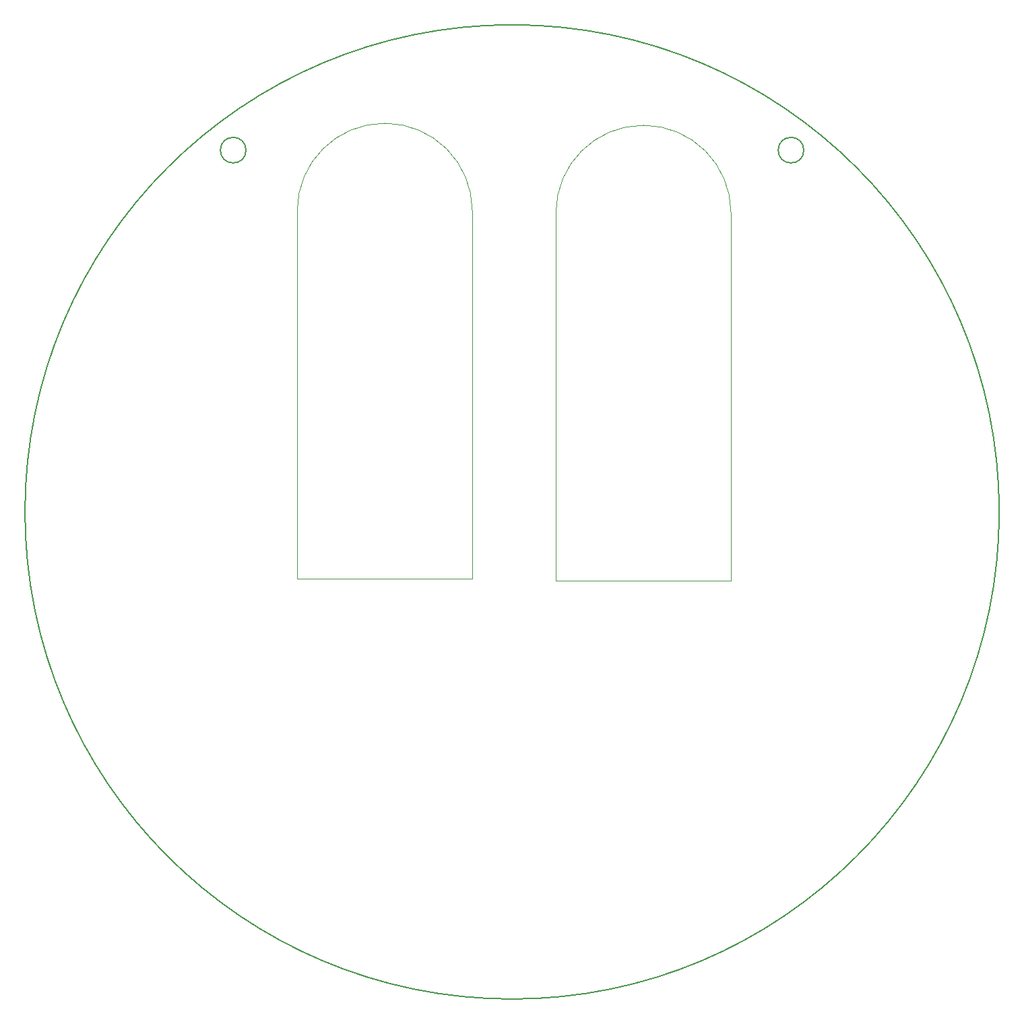
<source format=gbr>
G04 #@! TF.GenerationSoftware,KiCad,Pcbnew,(5.1.4)-1*
G04 #@! TF.CreationDate,2020-02-10T21:36:07-05:00*
G04 #@! TF.ProjectId,xmas,786d6173-2e6b-4696-9361-645f70636258,rev?*
G04 #@! TF.SameCoordinates,Original*
G04 #@! TF.FileFunction,Profile,NP*
%FSLAX46Y46*%
G04 Gerber Fmt 4.6, Leading zero omitted, Abs format (unit mm)*
G04 Created by KiCad (PCBNEW (5.1.4)-1) date 2020-02-10 21:36:07*
%MOMM*%
%LPD*%
G04 APERTURE LIST*
%ADD10C,0.150000*%
%ADD11C,0.120000*%
G04 APERTURE END LIST*
D10*
X154514437Y-30480000D02*
G75*
G03X154514437Y-30480000I-1606437J0D01*
G01*
X224618437Y-30480000D02*
G75*
G03X224618437Y-30480000I-1606437J0D01*
G01*
X249177689Y-75946000D02*
G75*
G03X249177689Y-75946000I-61217689J0D01*
G01*
D11*
X215470000Y-84582000D02*
X193470000Y-84582000D01*
X193470000Y-38354000D02*
X193470000Y-84582000D01*
X215470000Y-38354000D02*
X215470000Y-84582000D01*
X193470000Y-38354000D02*
G75*
G02X215470000Y-38354000I11000000J0D01*
G01*
X182958000Y-84328000D02*
X160958000Y-84328000D01*
X160958000Y-38100000D02*
X160958000Y-84328000D01*
X182958000Y-38100000D02*
X182958000Y-84328000D01*
X160958000Y-38100000D02*
G75*
G02X182958000Y-38100000I11000000J0D01*
G01*
M02*

</source>
